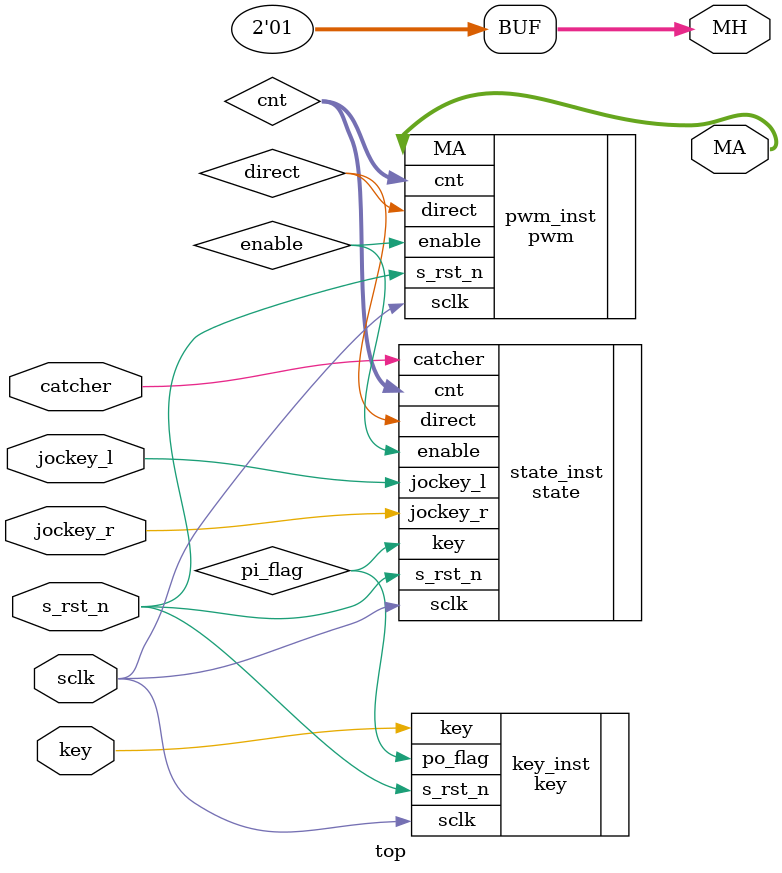
<source format=v>
module  top(
        // system signals 
        input                   sclk                    ,  
        input                   s_rst_n                 ,
        // input signals
        input                   key                     ,
        input                   catcher                 ,
        input                   jockey_r                ,
        input                   jockey_l                ,
        // output signals
        // output          [ 3:0]  stepdrive
        output          [ 1:0]  MA                      ,
        output          [ 1:0]  MH                      
);

//============================================================\
// ========= Define Parameter and Internal Signals ==========
//============================================================/ 
wire                    pi_flag                         ;
wire                    direct                          ;
wire                    enable                          ;
//wire                    flag                            ;
wire    [ 2:0]          cnt                             ;


//====================================================================
// ***************      Main    Code    ***************
//====================================================================
assign  MH      =       {1'b0,1'b1};

key     key_inst(
        .sclk                   (sclk                   ),
        .s_rst_n                (s_rst_n                ),
        .key                    (key                    ),
        .po_flag                (pi_flag                )
);

state   state_inst(
        .sclk                   (sclk                   ),
        .s_rst_n                (s_rst_n                ),
        .catcher                (catcher                ),
        .jockey_r               (jockey_r               ),
        .jockey_l               (jockey_l               ),
        .key                    (pi_flag                ),
  //      .flag                   (flag                   ),
        .direct                 (direct                 ),
        .enable                 (enable                 ),
        .cnt                    (cnt                    )
);

/* motor   motor_inst(
        .sclk                   (sclk                   ),
        .s_rst_n                (s_rst_n                ),
        .direct                 (direct                 ),
        .stepenable             (stepenable             ),
        .stepdrive              (stepdrive              )
); */

pwm     pwm_inst(
        .sclk                   (sclk                   ),
        .s_rst_n                (s_rst_n                ),
        .enable                 (enable                 ),
        .direct                 (direct                 ),
        .cnt                    (cnt                    ),
 //       .flag                   (flag                   ),
        .MA                     (MA                     )
);        








endmodule
</source>
